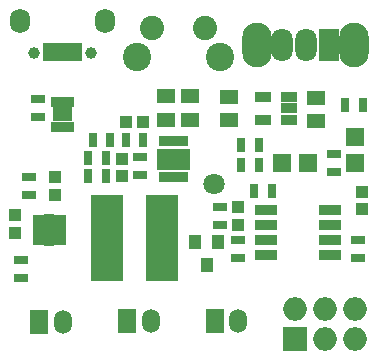
<source format=gbr>
G04 #@! TF.GenerationSoftware,KiCad,Pcbnew,(5.0-dev-4069-g322ce84fb)*
G04 #@! TF.CreationDate,2018-05-24T17:52:26+02:00*
G04 #@! TF.ProjectId,main,6D61696E2E6B696361645F7063620000,rev?*
G04 #@! TF.SameCoordinates,Original*
G04 #@! TF.FileFunction,Soldermask,Top*
G04 #@! TF.FilePolarity,Negative*
%FSLAX46Y46*%
G04 Gerber Fmt 4.6, Leading zero omitted, Abs format (unit mm)*
G04 Created by KiCad (PCBNEW (5.0-dev-4069-g322ce84fb)) date Thu May 24 17:52:26 2018*
%MOMM*%
%LPD*%
G01*
G04 APERTURE LIST*
%ADD10R,1.550000X1.300000*%
%ADD11R,0.800000X1.200000*%
%ADD12R,0.650000X0.950000*%
%ADD13R,0.950000X1.300000*%
%ADD14R,1.050000X1.100000*%
%ADD15R,1.100000X1.050000*%
%ADD16R,1.500000X1.500000*%
%ADD17R,0.700000X1.650000*%
%ADD18O,1.700000X2.100000*%
%ADD19C,1.000000*%
%ADD20R,1.100000X1.200000*%
%ADD21R,1.200000X0.800000*%
%ADD22R,1.000000X0.550000*%
%ADD23R,0.940000X1.500000*%
%ADD24R,1.360000X0.950000*%
%ADD25O,1.500000X2.000000*%
%ADD26R,1.500000X2.000000*%
%ADD27R,2.800000X7.400000*%
%ADD28O,2.500000X3.800000*%
%ADD29O,1.800000X2.800000*%
%ADD30R,1.800000X2.800000*%
%ADD31C,2.400000*%
%ADD32C,2.050000*%
%ADD33R,1.540000X1.075000*%
%ADD34R,0.600000X0.950000*%
%ADD35R,2.000000X2.000000*%
%ADD36O,2.000000X2.000000*%
%ADD37C,1.800000*%
%ADD38R,1.850000X0.900000*%
G04 APERTURE END LIST*
D10*
X104100000Y-78550000D03*
X104100000Y-80550000D03*
D11*
X98950000Y-85300000D03*
X97450000Y-85300000D03*
D12*
X94650000Y-81150000D03*
X95300000Y-81150000D03*
X95950000Y-81150000D03*
X95950000Y-79050000D03*
X95300000Y-79050000D03*
X94650000Y-79050000D03*
D13*
X95700000Y-80100000D03*
X94900000Y-80100000D03*
D14*
X94650000Y-86900000D03*
X94650000Y-85400000D03*
D10*
X109400000Y-80600000D03*
X109400000Y-78600000D03*
D14*
X91300000Y-90150000D03*
X91300000Y-88650000D03*
D15*
X100650000Y-80800000D03*
X102150000Y-80800000D03*
D14*
X100300000Y-83850000D03*
X100300000Y-85350000D03*
X110200000Y-89450000D03*
X110200000Y-87950000D03*
X120700000Y-86650000D03*
X120700000Y-88150000D03*
D16*
X120100000Y-82000000D03*
X120100000Y-84200000D03*
X113900000Y-84200000D03*
X116100000Y-84200000D03*
D17*
X96600000Y-74800000D03*
X95950000Y-74800000D03*
X95300000Y-74800000D03*
X94650000Y-74800000D03*
X94000000Y-74800000D03*
D18*
X98925000Y-72225000D03*
X91675000Y-72225000D03*
D19*
X97725000Y-74875000D03*
X92875000Y-74875000D03*
D20*
X107500000Y-92900000D03*
X106550000Y-90900000D03*
X108450000Y-90900000D03*
D21*
X108600000Y-89450000D03*
X108600000Y-87950000D03*
X92500000Y-85450000D03*
X92500000Y-86950000D03*
X101900000Y-83750000D03*
X101900000Y-85250000D03*
D11*
X99350000Y-82300000D03*
X97850000Y-82300000D03*
X98950000Y-83800000D03*
X97450000Y-83800000D03*
D21*
X118300000Y-83450000D03*
X118300000Y-84950000D03*
D11*
X110450000Y-84400000D03*
X111950000Y-84400000D03*
X111950000Y-82700000D03*
X110450000Y-82700000D03*
D21*
X93200000Y-80350000D03*
X93200000Y-78850000D03*
X110200000Y-92250000D03*
X110200000Y-90750000D03*
D11*
X111550000Y-86600000D03*
X113050000Y-86600000D03*
D22*
X95125000Y-90900000D03*
X95125000Y-90400000D03*
X95125000Y-89900000D03*
X95125000Y-89400000D03*
X95125000Y-88900000D03*
X93275000Y-88900000D03*
X93275000Y-89400000D03*
X93275000Y-89900000D03*
X93275000Y-90400000D03*
X93275000Y-90900000D03*
D23*
X94200000Y-89300000D03*
X94200000Y-90500000D03*
D24*
X112300000Y-80550000D03*
X112300000Y-78650000D03*
X114500000Y-78650000D03*
X114500000Y-79600000D03*
X114500000Y-80550000D03*
D25*
X110200000Y-97600000D03*
D26*
X108200000Y-97600000D03*
X93350000Y-97650000D03*
D25*
X95350000Y-97650000D03*
X102800000Y-97600000D03*
D26*
X100800000Y-97600000D03*
D27*
X99100000Y-90600000D03*
X103700000Y-90600000D03*
D28*
X111800000Y-74200000D03*
X120000000Y-74200000D03*
D29*
X113900000Y-74200000D03*
X115900000Y-74200000D03*
D30*
X117900000Y-74200000D03*
D10*
X116800000Y-80700000D03*
X116800000Y-78700000D03*
D11*
X120750000Y-79300000D03*
X119250000Y-79300000D03*
X102150000Y-82300000D03*
X100650000Y-82300000D03*
D31*
X101650000Y-75290000D03*
D32*
X102900000Y-72800000D03*
X107400000Y-72800000D03*
D31*
X108660000Y-75290000D03*
D33*
X104080000Y-84287500D03*
X105320000Y-84287500D03*
X104080000Y-83512500D03*
X105320000Y-83512500D03*
D34*
X103700000Y-82350000D03*
X104200000Y-82350000D03*
X104700000Y-82350000D03*
X105200000Y-82350000D03*
X105700000Y-82350000D03*
X105700000Y-85450000D03*
X105200000Y-85450000D03*
X104700000Y-85450000D03*
X104200000Y-85450000D03*
X103700000Y-85450000D03*
D10*
X106100000Y-78550000D03*
X106100000Y-80550000D03*
D21*
X91800000Y-93950000D03*
X91800000Y-92450000D03*
X120300000Y-92250000D03*
X120300000Y-90750000D03*
D35*
X115000000Y-99100000D03*
D36*
X115000000Y-96560000D03*
X117540000Y-99100000D03*
X117540000Y-96560000D03*
X120080000Y-99100000D03*
X120080000Y-96560000D03*
D37*
X108100000Y-86000000D03*
D38*
X112575952Y-88202500D03*
X112575952Y-89472500D03*
X112575952Y-90742500D03*
X112575952Y-92012500D03*
X117975952Y-92012500D03*
X117975952Y-90742500D03*
X117975952Y-89472500D03*
X117975952Y-88202500D03*
M02*

</source>
